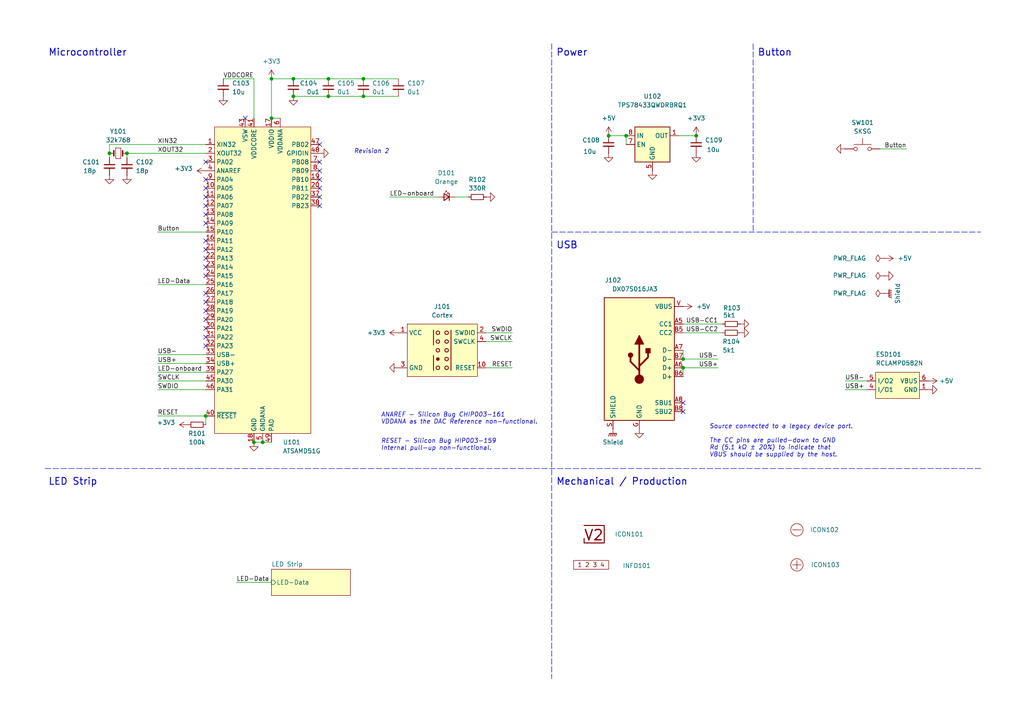
<source format=kicad_sch>
(kicad_sch (version 20250114) (generator "eeschema") (generator_version "9.0")
  (paper "A4")
  (title_block (title "V2 strip mini") (date "2026-02-11") (rev "2026-02-11") (company "Versio Duo") (comment 1 "WS2812 LED Strip Adapter"))
  (lib_symbols
    (symbol "V2_Artwork:Minus" (in_bom no)
      (property "Reference" "ICON" (at -2.54 2.54 0))
      (symbol "Minus_0_1"
        (polyline (pts (xy -1.27 0) (xy 1.27 0)))
        (circle (center 0 0) (radius 1.7961))
      )
    )
    (symbol "V2_Artwork:Plus" (in_bom no)
      (property "Reference" "ICON" (at -2.54 2.54 0))
      (symbol "Plus_0_1"
        (polyline (pts (xy -1.27 0) (xy 1.27 0)))
        (polyline (pts (xy 0 1.27) (xy 0 -1.27)))
        (circle (center 0 0) (radius 1.7961))
      )
    )
    (symbol "V2_Artwork:V2-logo-tiny" (in_bom no)
      (property "Reference" "ICON" (at -3.302 3.81 0))
      (symbol "V2-logo-tiny_1_0"
        (polyline (pts (xy -3.302 2.54) (xy 2.54 2.54) (xy 2.54 -2.54) (xy -3.302 -2.54) (xy -3.302 -1.27)) (stroke (width 0.3)))
      )
      (symbol "V2-logo-tiny_1_1"
        (text "V2" (at -0.508 -0.254 0) (effects (font (size 3 3) (thickness 0.375))))
      )
    )
    (symbol "V2_Capacitor:0603_0u1" (pin_numbers (hide yes)) (pin_names (offset 0.254) (hide yes))
      (property "Reference" "C" (at 1.778 1.524 0))
      (property "Value" "0u1" (at 1.778 -2.032 0))
      (symbol "0603_0u1_0_1"
        (polyline (pts (xy -1.524 0.508) (xy 1.524 0.508)) (stroke (width 0.3048)))
        (polyline (pts (xy -1.524 -0.508) (xy 1.524 -0.508)) (stroke (width 0.3302)))
      )
      (symbol "0603_0u1_1_1"
        (pin passive line (at 0 2.54 270) (length 2.032) (name "~") (number "1"))
        (pin passive line (at 0 -2.54 90) (length 2.032) (name "~") (number "2"))
      )
    )
    (symbol "V2_Capacitor:0603_10u" (pin_numbers (hide yes)) (pin_names (offset 0.254) (hide yes))
      (property "Reference" "C" (at 1.524 1.778 0))
      (property "Value" "10u" (at 1.524 -2.032 0))
      (symbol "0603_10u_0_1"
        (polyline (pts (xy -1.524 0.508) (xy 1.524 0.508)) (stroke (width 0.3048)))
        (polyline (pts (xy -1.524 -0.508) (xy 1.524 -0.508)) (stroke (width 0.3302)))
      )
      (symbol "0603_10u_1_1"
        (pin passive line (at 0 2.54 270) (length 2.032) (name "~") (number "1"))
        (pin passive line (at 0 -2.54 90) (length 2.032) (name "~") (number "2"))
      )
    )
    (symbol "V2_Capacitor:0603_18p" (pin_numbers (hide yes)) (pin_names (offset 0.254) (hide yes))
      (property "Reference" "C" (at 1.524 1.778 0))
      (property "Value" "18p" (at 1.524 -2.032 0))
      (symbol "0603_18p_0_1"
        (polyline (pts (xy -1.524 0.508) (xy 1.524 0.508)) (stroke (width 0.3048)))
        (polyline (pts (xy -1.524 -0.508) (xy 1.524 -0.508)) (stroke (width 0.3302)))
      )
      (symbol "0603_18p_1_1"
        (pin passive line (at 0 2.54 270) (length 2.032) (name "~") (number "1"))
        (pin passive line (at 0 -2.54 90) (length 2.032) (name "~") (number "2"))
      )
    )
    (symbol "V2_Capacitor:0805_10u" (pin_numbers (hide yes)) (pin_names (offset 0.254) (hide yes))
      (property "Reference" "C" (at 1.524 1.778 0))
      (property "Value" "10u" (at 1.524 -2.032 0))
      (symbol "0805_10u_0_1"
        (polyline (pts (xy -1.524 0.508) (xy 1.524 0.508)) (stroke (width 0.3048)))
        (polyline (pts (xy -1.524 -0.508) (xy 1.524 -0.508)) (stroke (width 0.3302)))
      )
      (symbol "0805_10u_1_1"
        (pin passive line (at 0 2.54 270) (length 2.032) (name "~") (number "1"))
        (pin passive line (at 0 -2.54 90) (length 2.032) (name "~") (number "2"))
      )
    )
    (symbol "V2_Connector_Debug:Cortex" (in_bom no)
      (property "Reference" "J" (at -8.89 11.43 0))
      (property "Value" "Cortex" (at -8.89 8.89 0))
      (symbol "Cortex_1_0"
        (polyline (pts (xy -1.27 5.842) (xy -1.27 1.524)) (stroke (width 0.254)))
        (polyline (pts (xy -1.27 -1.524) (xy -1.27 -5.842)) (stroke (width 0.254)))
        (circle (center 0 5.08) (radius 0.508) (stroke (width 0.254)))
        (circle (center 0 2.54) (radius 0.508) (stroke (width 0.254)))
        (circle (center 0 0) (radius 0.508) (stroke (width 0.254)))
        (circle (center 0 -2.54) (radius 0.508) (stroke (width -0.0001)) (fill (type outline)))
        (circle (center 0 -5.08) (radius 0.508) (stroke (width 0.254)))
        (circle (center 2.54 5.08) (radius 0.508) (stroke (width 0.254)))
        (circle (center 2.54 2.54) (radius 0.508) (stroke (width 0.254)))
        (circle (center 2.54 0) (radius 0.508) (stroke (width 0.254)))
        (circle (center 2.54 -2.54) (radius 0.508) (stroke (width 0.254)))
        (circle (center 2.54 -5.08) (radius 0.508) (stroke (width 0.254)))
        (polyline (pts (xy 3.81 -5.842) (xy 3.81 5.842)) (stroke (width 0.254)))
        (pin power_in line (at -11.43 5.08 0) (length 2.54) (name "VCC") (number "1"))
        (pin power_in line (at -11.43 -5.08 0) (length 2.54) (name "GND") (number "3"))
        (pin passive line (at -11.43 -5.08 0) (length 2.54) (hide yes) (name "GND") (number "5"))
        (pin bidirectional line (at 13.97 5.08 180) (length 2.54) (name "SWDIO") (number "2"))
        (pin input line (at 13.97 2.54 180) (length 2.54) (name "SWCLK") (number "4"))
        (pin input line (at 13.97 -5.08 180) (length 2.54) (name "RESET") (number "10"))
      )
      (symbol "Cortex_1_1"
        (rectangle (start -8.89 7.62) (end 11.43 -7.62) (fill (type background)))
      )
    )
    (symbol "V2_Connector_USB:JAE_DX07S016JA3"
      (property "Reference" "J" (at -10.16 22.86 0))
      (property "Value" "DX07S016JA3" (at -10.16 20.5 0))
      (symbol "JAE_DX07S016JA3_0_1"
        (rectangle (start -10.16 17.78) (end 10.16 -17.78) (stroke (width 0.254)) (fill (type background)))
        (circle (center -2.54 1.143) (radius 0.635) (stroke (width 0.254)) (fill (type outline)))
        (polyline (pts (xy -1.27 4.318) (xy 0 6.858) (xy 1.27 4.318) (xy -1.27 4.318)) (stroke (width 0.254)) (fill (type outline)))
        (polyline (pts (xy 0 -2.032) (xy 2.54 0.508) (xy 2.54 1.778)) (stroke (width 0.508)))
        (polyline (pts (xy 0 -3.302) (xy -2.54 -0.762) (xy -2.54 0.508)) (stroke (width 0.508)))
        (polyline (pts (xy 0 -5.842) (xy 0 4.318)) (stroke (width 0.508)))
        (circle (center 0 -5.842) (radius 1.27) (fill (type outline)))
        (rectangle (start 1.905 1.778) (end 3.175 3.048) (stroke (width 0.254)) (fill (type outline)))
      )
      (symbol "JAE_DX07S016JA3_1_1"
        (pin passive line (at -7.62 -20.32 90) (length 2.54) (name "SHIELD") (number "S"))
        (pin passive line (at 0 -20.32 90) (length 2.54) (name "GND") (number "G"))
        (pin passive line (at 12.7 15.24 180) (length 2.54) (name "VBUS") (number "V"))
        (pin bidirectional line (at 12.7 10.16 180) (length 2.54) (name "CC1") (number "A5"))
        (pin bidirectional line (at 12.7 7.62 180) (length 2.54) (name "CC2") (number "B5"))
        (pin bidirectional line (at 12.7 2.54 180) (length 2.54) (name "D-") (number "A7"))
        (pin bidirectional line (at 12.7 0 180) (length 2.54) (name "D-") (number "B7"))
        (pin bidirectional line (at 12.7 -2.54 180) (length 2.54) (name "D+") (number "A6"))
        (pin bidirectional line (at 12.7 -5.08 180) (length 2.54) (name "D+") (number "B6"))
        (pin bidirectional line (at 12.7 -12.7 180) (length 2.54) (name "SBU1") (number "A8"))
        (pin bidirectional line (at 12.7 -15.24 180) (length 2.54) (name "SBU2") (number "B8"))
      )
    )
    (symbol "V2_Crystal:3.2x1.5_32k768" (pin_numbers (hide yes)) (pin_names (offset 1.016) (hide yes))
      (property "Reference" "Y" (at 0 2.54 0))
      (property "Value" "32k768" (at 0 -3.81 0))
      (symbol "3.2x1.5_32k768_0_1"
        (polyline (pts (xy -1.27 -0.762) (xy -1.27 0.762)) (stroke (width 0.381)))
        (rectangle (start -0.762 -1.524) (end 0.762 1.524))
        (polyline (pts (xy 1.27 -0.762) (xy 1.27 0.762)) (stroke (width 0.381)))
      )
      (symbol "3.2x1.5_32k768_1_1"
        (pin passive line (at -2.54 0 0) (length 1.27) (name "1") (number "1"))
        (pin passive line (at 2.54 0 180) (length 1.27) (name "2") (number "2"))
      )
    )
    (symbol "V2_ESD_Suppressor:RCLAMP0582N"
      (property "Reference" "ESD" (at -6.35 6.35 0))
      (property "Value" "RCLAMP0582N" (at -6.35 3.81 0))
      (symbol "RCLAMP0582N_0_1"
        (rectangle (start -6.35 2.54) (end 6.35 -5.08) (fill (type background)))
      )
      (symbol "RCLAMP0582N_1_0"
        (pin bidirectional line (at -8.89 0 0) (length 2.54) (name "I/O2") (number "5"))
        (pin bidirectional line (at -8.89 -2.54 0) (length 2.54) (name "I/O1") (number "4"))
        (pin no_connect line (at 2.54 -10.16 0) (length 2.54) (hide yes) (name "") (number "3"))
        (pin power_in line (at 8.89 0 180) (length 2.54) (name "VBUS") (number "6"))
        (pin power_in line (at 8.89 -2.54 180) (length 2.54) (name "GND") (number "1"))
      )
      (symbol "RCLAMP0582N_1_1"
        (pin no_connect line (at 2.54 -7.62 0) (length 2.54) (hide yes) (name "") (number "2"))
      )
    )
    (symbol "V2_LED:0603_Orange" (pin_numbers (hide yes)) (pin_names (offset 0.254) (hide yes))
      (property "Reference" "D" (at 0 5.588 0))
      (property "Value" "Orange" (at 0 3.556 0))
      (symbol "0603_Orange_0_1"
        (polyline (pts (xy -0.762 -1.016) (xy -0.762 1.016)) (stroke (width 0.254)))
        (polyline (pts (xy 0 0.762) (xy -0.508 1.27) (xy -0.254 1.27) (xy -0.508 1.27) (xy -0.508 1.016)))
        (polyline (pts (xy 0.508 1.27) (xy 0 1.778) (xy 0.254 1.778) (xy 0 1.778) (xy 0 1.524)))
        (polyline (pts (xy 0.762 -1.016) (xy -0.762 0) (xy 0.762 1.016) (xy 0.762 -1.016)) (stroke (width 0.254)))
        (polyline (pts (xy 1.016 0) (xy -0.762 0)))
      )
      (symbol "0603_Orange_1_1"
        (pin passive line (at -2.54 0 0) (length 1.778) (name "K") (number "1"))
        (pin passive line (at 2.54 0 180) (length 1.778) (name "A") (number "2"))
      )
    )
    (symbol "V2_MCU_Microchip_SAMD:ATSAMD51G"
      (property "Reference" "U" (at 8.8392 -47.2948 0))
      (property "Value" "ATSAMD51G" (at 13.8684 -51.8668 0))
      (symbol "ATSAMD51G_0_1"
        (rectangle (start -13.97 44.45) (end 13.97 -44.45) (fill (type background)))
      )
      (symbol "ATSAMD51G_1_1"
        (pin bidirectional line (at -16.51 39.37 0) (length 2.54) (name "PA00") (number "1") (alternate "XIN32" input line))
        (pin bidirectional line (at -16.51 36.83 0) (length 2.54) (name "PA01") (number "2") (alternate "XOUT32" output line))
        (pin bidirectional line (at -16.51 34.29 0) (length 2.54) (name "PA02") (number "3"))
        (pin bidirectional line (at -16.51 31.75 0) (length 2.54) (name "PA03") (number "4") (alternate "ANAREF" input line))
        (pin bidirectional line (at -16.51 29.21 0) (length 2.54) (name "PA04") (number "9"))
        (pin bidirectional line (at -16.51 26.67 0) (length 2.54) (name "PA05") (number "10"))
        (pin bidirectional line (at -16.51 24.13 0) (length 2.54) (name "PA06") (number "11"))
        (pin bidirectional line (at -16.51 21.59 0) (length 2.54) (name "PA07") (number "12"))
        (pin bidirectional line (at -16.51 19.05 0) (length 2.54) (name "PA08") (number "13"))
        (pin bidirectional line (at -16.51 16.51 0) (length 2.54) (name "PA09") (number "14"))
        (pin bidirectional line (at -16.51 13.97 0) (length 2.54) (name "PA10") (number "15"))
        (pin bidirectional line (at -16.51 11.43 0) (length 2.54) (name "PA11") (number "16"))
        (pin bidirectional line (at -16.51 8.89 0) (length 2.54) (name "PA12") (number "21"))
        (pin bidirectional line (at -16.51 6.35 0) (length 2.54) (name "PA13") (number "22"))
        (pin bidirectional line (at -16.51 3.81 0) (length 2.54) (name "PA14") (number "23"))
        (pin bidirectional line (at -16.51 1.27 0) (length 2.54) (name "PA15") (number "24"))
        (pin bidirectional line (at -16.51 -1.27 0) (length 2.54) (name "PA16") (number "25"))
        (pin bidirectional line (at -16.51 -3.81 0) (length 2.54) (name "PA17") (number "26"))
        (pin bidirectional line (at -16.51 -6.35 0) (length 2.54) (name "PA18") (number "27"))
        (pin bidirectional line (at -16.51 -8.89 0) (length 2.54) (name "PA19") (number "28"))
        (pin bidirectional line (at -16.51 -11.43 0) (length 2.54) (name "PA20") (number "29"))
        (pin bidirectional line (at -16.51 -13.97 0) (length 2.54) (name "PA21") (number "30"))
        (pin bidirectional line (at -16.51 -16.51 0) (length 2.54) (name "PA22") (number "31"))
        (pin bidirectional line (at -16.51 -19.05 0) (length 2.54) (name "PA23") (number "32"))
        (pin bidirectional line (at -16.51 -21.59 0) (length 2.54) (name "PA24") (number "33") (alternate "USB-" bidirectional line))
        (pin bidirectional line (at -16.51 -24.13 0) (length 2.54) (name "PA25") (number "34") (alternate "USB+" bidirectional line))
        (pin bidirectional line (at -16.51 -26.67 0) (length 2.54) (name "PA27") (number "39"))
        (pin bidirectional line (at -16.51 -29.21 0) (length 2.54) (name "PA30") (number "45"))
        (pin bidirectional line (at -16.51 -31.75 0) (length 2.54) (name "PA31") (number "46"))
        (pin input line (at -16.51 -39.37 0) (length 2.54) (name "~{RESET}") (number "40"))
        (pin power_in line (at -5.08 46.99 270) (length 2.54) (name "VSW") (number "43"))
        (pin power_out line (at -2.54 46.99 270) (length 2.54) (name "VDDCORE") (number "41"))
        (pin power_in line (at -2.54 -46.99 90) (length 2.54) (name "GND") (number "18"))
        (pin passive line (at -2.54 -46.99 90) (length 2.54) (hide yes) (name "GND") (number "35"))
        (pin passive line (at -2.54 -46.99 90) (length 2.54) (hide yes) (name "GND") (number "42"))
        (pin power_in line (at 0 -46.99 90) (length 2.54) (name "GNDANA") (number "5"))
        (pin power_in line (at 2.54 46.99 270) (length 2.54) (name "VDDIO") (number "17"))
        (pin passive line (at 2.54 46.99 270) (length 2.54) (hide yes) (name "VDDIO") (number "36"))
        (pin passive line (at 2.54 46.99 270) (length 2.54) (hide yes) (name "VDDIO") (number "44"))
        (pin power_in line (at 2.54 -46.99 90) (length 2.54) (name "PAD") (number "49"))
        (pin power_in line (at 5.08 46.99 270) (length 2.54) (name "VDDANA") (number "6"))
        (pin bidirectional line (at 16.51 39.37 180) (length 2.54) (name "PB02") (number "47"))
        (pin bidirectional line (at 16.51 36.83 180) (length 2.54) (name "PB03") (number "48") (alternate "GPIOIN" input line))
        (pin bidirectional line (at 16.51 34.29 180) (length 2.54) (name "PB08") (number "7"))
        (pin bidirectional line (at 16.51 31.75 180) (length 2.54) (name "PB09") (number "8"))
        (pin bidirectional line (at 16.51 29.21 180) (length 2.54) (name "PB10") (number "19"))
        (pin bidirectional line (at 16.51 26.67 180) (length 2.54) (name "PB11") (number "20"))
        (pin bidirectional line (at 16.51 24.13 180) (length 2.54) (name "PB22") (number "37"))
        (pin bidirectional line (at 16.51 21.59 180) (length 2.54) (name "PB23") (number "38"))
      )
    )
    (symbol "V2_Production:Layer_Numbers" (in_bom no)
      (property "Reference" "INFO" (at 0 3.81 0))
      (symbol "Layer_Numbers_0_0"
        (text "1 2 3 4" (at 0 0 0) (effects (font (size 1.27 1.27))))
      )
      (symbol "Layer_Numbers_0_1"
        (rectangle (start -5.08 1.27) (end 5.08 -1.27))
      )
    )
    (symbol "V2_Regulator_Linear:TPS78433QWDRBRQ1"
      (property "Reference" "U" (at -5.08 10.16 0))
      (property "Value" "TPS78433QWDRBRQ1" (at -5.08 7.62 0))
      (symbol "TPS78433QWDRBRQ1_0_1"
        (rectangle (start -5.08 -5.08) (end 5.08 5.08) (stroke (width 0.254)) (fill (type background)))
        (pin power_in line (at -7.62 2.54 0) (length 2.54) (name "IN") (number "8"))
        (pin input line (at -7.62 0 0) (length 2.54) (name "EN") (number "7"))
        (pin power_in line (at 0 -7.62 90) (length 2.54) (name "GND") (number "5"))
        (pin no_connect line (at 0 -19.05 180) (length 2.54) (hide yes) (name "") (number "2"))
        (pin no_connect line (at 0 -21.59 180) (length 2.54) (hide yes) (name "") (number "3"))
        (pin no_connect line (at 0 -24.13 180) (length 2.54) (hide yes) (name "") (number "4"))
        (pin no_connect line (at 0 -26.67 180) (length 2.54) (hide yes) (name "") (number "6"))
        (pin power_out line (at 7.62 2.54 180) (length 2.54) (name "OUT") (number "1"))
      )
      (symbol "TPS78433QWDRBRQ1_1_1"
        (pin passive line (at 0 -7.62 90) (length 2.54) (hide yes) (name "GND") (number "9"))
      )
    )
    (symbol "V2_Resistor:0603_100k" (pin_numbers (hide yes)) (pin_names (offset 0.254) (hide yes))
      (property "Reference" "R" (at 2.032 1.27 0))
      (property "Value" "100k" (at 3.81 -1.27 0))
      (symbol "0603_100k_0_1"
        (rectangle (start -0.762 1.778) (end 0.762 -1.778) (stroke (width 0.2032)))
      )
      (symbol "0603_100k_1_1"
        (pin passive line (at 0 2.54 270) (length 0.762) (name "~") (number "1"))
        (pin passive line (at 0 -2.54 90) (length 0.762) (name "~") (number "2"))
      )
    )
    (symbol "V2_Resistor:0603_330R" (pin_numbers (hide yes)) (pin_names (offset 0.254) (hide yes))
      (property "Reference" "R" (at 2.032 1.27 0))
      (property "Value" "330R" (at 4.064 -1.27 0))
      (symbol "0603_330R_0_1"
        (rectangle (start -0.762 1.778) (end 0.762 -1.778) (stroke (width 0.2032)))
      )
      (symbol "0603_330R_1_1"
        (pin passive line (at 0 2.54 270) (length 0.762) (name "~") (number "1"))
        (pin passive line (at 0 -2.54 90) (length 0.762) (name "~") (number "2"))
      )
    )
    (symbol "V2_Resistor:0603_5k1" (pin_numbers (hide yes)) (pin_names (offset 0.254) (hide yes))
      (property "Reference" "R" (at 2.032 1.27 0))
      (property "Value" "5k1" (at 3.302 -1.27 0))
      (symbol "0603_5k1_0_1"
        (rectangle (start -0.762 1.778) (end 0.762 -1.778) (stroke (width 0.2032)))
      )
      (symbol "0603_5k1_1_1"
        (pin passive line (at 0 2.54 270) (length 0.762) (name "~") (number "1"))
        (pin passive line (at 0 -2.54 90) (length 0.762) (name "~") (number "2"))
      )
    )
    (symbol "V2_Switch:SKSG" (pin_numbers (hide yes)) (pin_names (offset 1.016) (hide yes))
      (property "Reference" "SW" (at 0 7.62 0))
      (property "Value" "SKSG" (at 0 5.08 0))
      (symbol "SKSG_0_1"
        (circle (center -2.032 0) (radius 0.508))
        (polyline (pts (xy 0 1.27) (xy 0 3.048)))
        (circle (center 2.032 0) (radius 0.508))
        (polyline (pts (xy 2.54 1.27) (xy -2.54 1.27)))
        (pin passive line (at -5.08 0 0) (length 2.54) (name "1") (number "1"))
        (pin passive line (at 5.08 0 180) (length 2.54) (name "2") (number "2"))
      )
    )
    (symbol "V2_power:+3V3" (power) (pin_numbers (hide yes)) (pin_names (offset 0) (hide yes))
      (property "Value" "+3V3" (at 0 5.08 0))
      (symbol "+3V3_0_1"
        (polyline (pts (xy -0.762 1.27) (xy 0 2.54)))
        (polyline (pts (xy 0 2.54) (xy 0.762 1.27)))
        (polyline (pts (xy 0 0) (xy 0 2.54)))
      )
      (symbol "+3V3_1_1"
        (pin power_in line (at 0 0 90) (length 0) (name "~") (number "1"))
      )
    )
    (symbol "V2_power:+5V" (power) (pin_numbers (hide yes)) (pin_names (offset 0) (hide yes))
      (property "Value" "+5V" (at 0 5.08 0))
      (symbol "+5V_0_1"
        (polyline (pts (xy -0.762 1.27) (xy 0 2.54)))
        (polyline (pts (xy 0 2.54) (xy 0.762 1.27)))
        (polyline (pts (xy 0 0) (xy 0 2.54)))
      )
      (symbol "+5V_1_1"
        (pin power_in line (at 0 0 90) (length 0) (name "~") (number "1"))
      )
    )
    (symbol "V2_power:GND" (power) (pin_numbers (hide yes)) (pin_names (offset 0) (hide yes))
      (symbol "GND_0_1"
        (polyline (pts (xy 0 0) (xy 0 -1.27) (xy 1.27 -1.27) (xy 0 -2.54) (xy -1.27 -1.27) (xy 0 -1.27)))
      )
      (symbol "GND_1_1"
        (pin power_in line (at 0 0 270) (length 0) (name "~") (number "1"))
      )
    )
    (symbol "V2_power:PWR_FLAG" (power) (pin_numbers (hide yes)) (pin_names (offset 0) (hide yes))
      (property "Value" "PWR_FLAG" (at -8.89 0 0))
      (symbol "PWR_FLAG_0_0"
        (pin power_out line (at 0 0 180) (length 0) (name "~") (number "1"))
      )
      (symbol "PWR_FLAG_0_1"
        (polyline (pts (xy 0 0) (xy -1.27 0) (xy -1.905 -1.016) (xy -2.54 0) (xy -1.905 1.016) (xy -1.27 0)))
      )
    )
    (symbol "V2_power:Shield" (power) (pin_numbers (hide yes)) (pin_names (offset 0) (hide yes))
      (property "Value" "Shield" (at 0 -5.08 0))
      (symbol "Shield_0_1"
        (polyline (pts (xy -1.016 -1.27) (xy -1.27 -2.032) (xy -1.27 -2.032)) (stroke (width 0.2032)))
        (polyline (pts (xy -0.508 -1.27) (xy -0.762 -2.032) (xy -0.762 -2.032)) (stroke (width 0.2032)))
        (polyline (pts (xy 0 -1.27) (xy 0 0)))
        (polyline (pts (xy 0 -1.27) (xy -0.254 -2.032) (xy -0.254 -2.032)) (stroke (width 0.2032)))
        (polyline (pts (xy 0.508 -1.27) (xy 0.254 -2.032) (xy 0.254 -2.032)) (stroke (width 0.2032)))
        (polyline (pts (xy 1.016 -1.27) (xy -1.016 -1.27) (xy -1.016 -1.27)) (stroke (width 0.2032)))
        (polyline (pts (xy 1.016 -1.27) (xy 0.762 -2.032) (xy 0.762 -2.032) (xy 0.762 -2.032)) (stroke (width 0.2032)))
      )
      (symbol "Shield_1_1"
        (pin power_in line (at 0 0 270) (length 0) (name "~") (number "1"))
      )
    )
  )
  (text "ANAREF - ﻿Silicon Bug CHIP003-161\nVDDANA as the DAC Reference non-functional." (at 110.49 123.19 0) (effects (font (size 1.27 1.27) (italic yes)) (justify left bottom)))
  (text "RESET - ﻿Silicon Bug HIP003-159\nInternal pull-up non-functional." (at 110.49 130.81 0) (effects (font (size 1.27 1.27) (italic yes)) (justify left bottom)))
  (text "﻿Source connected to a legacy device port.\n\nThe CC pins are pulled-down to GND\nRd (5.1 kΩ ± 20%) to indicate that\nVBUS should be supplied by the host. " (at 205.74 132.715 0) (effects (font (size 1.27 1.27) (italic yes)) (justify left bottom)))
  (text "Button" (at 219.71 16.51 0) (effects (font (size 2 2) (thickness 0.254) (bold yes)) (justify left bottom)))
  (text "Revision 2" (at 102.6333 44.7318 0) (effects (font (size 1.27 1.27) (italic yes)) (justify left bottom)))
  (text "Power" (at 161.29 16.51 0) (effects (font (size 2 2) (thickness 0.254) (bold yes)) (justify left bottom)))
  (text "Mechanical / Production" (at 161.29 140.97 0) (effects (font (size 2 2) (thickness 0.254) (bold yes)) (justify left bottom)))
  (text "Microcontroller" (at 13.97 16.51 0) (effects (font (size 2 2) (thickness 0.254) (bold yes)) (justify left bottom)))
  (text "USB" (at 161.29 72.39 0) (effects (font (size 2 2) (thickness 0.254) (bold yes)) (justify left bottom)))
  (text "LED Strip" (at 13.97 140.97 0) (effects (font (size 2 2) (thickness 0.254) (bold yes)) (justify left bottom)))
  (junction (at 95.25 22.86))
  (junction (at 198.12 106.68))
  (junction (at 201.93 39.37))
  (junction (at 73.66 128.27))
  (junction (at 85.09 27.94))
  (junction (at 85.09 22.86))
  (junction (at 105.41 27.94))
  (junction (at 36.83 44.45))
  (junction (at 105.41 22.86))
  (junction (at 95.25 27.94))
  (junction (at 198.12 104.14))
  (junction (at 78.74 22.86))
  (junction (at 76.2 128.27))
  (junction (at 31.75 44.45))
  (junction (at 181.61 39.37))
  (junction (at 176.53 39.37))
  (junction (at 59.69 120.65))
  (junction (at 78.74 34.29))
  (no_connect (at 198.12 116.84))
  (no_connect (at 198.12 119.38))
  (no_connect (at 59.69 54.61))
  (no_connect (at 59.69 57.15))
  (no_connect (at 59.69 59.69))
  (no_connect (at 59.69 62.23))
  (no_connect (at 59.69 64.77))
  (no_connect (at 59.69 69.85))
  (no_connect (at 59.69 52.07))
  (no_connect (at 59.69 46.99))
  (no_connect (at 59.69 85.09))
  (no_connect (at 59.69 80.01))
  (no_connect (at 59.69 77.47))
  (no_connect (at 59.69 74.93))
  (no_connect (at 59.69 87.63))
  (no_connect (at 92.71 52.07))
  (no_connect (at 92.71 54.61))
  (no_connect (at 92.71 59.69))
  (no_connect (at 92.71 57.15))
  (no_connect (at 92.71 49.53))
  (no_connect (at 92.71 46.99))
  (no_connect (at 92.71 41.91))
  (no_connect (at 71.12 34.29))
  (no_connect (at 59.69 90.17))
  (no_connect (at 59.69 97.79))
  (no_connect (at 59.69 95.25))
  (no_connect (at 59.69 92.71))
  (no_connect (at 59.69 100.33))
  (no_connect (at 59.69 72.39))
  (wire (pts (xy 45.72 113.03) (xy 59.69 113.03)))
  (wire (pts (xy 135.89 57.15) (xy 132.08 57.15)))
  (wire (pts (xy 245.11 110.49) (xy 251.46 110.49)))
  (wire (pts (xy 198.12 101.6) (xy 198.12 104.14)))
  (wire (pts (xy 78.74 22.86) (xy 85.09 22.86)))
  (wire (pts (xy 45.72 82.55) (xy 59.69 82.55)))
  (wire (pts (xy 196.85 39.37) (xy 201.93 39.37)))
  (wire (pts (xy 198.12 96.52) (xy 209.55 96.52)))
  (wire (pts (xy 64.77 22.86) (xy 73.66 22.86)))
  (polyline (pts (xy 284.48 135.89) (xy 12.7 135.89)) (stroke (width 0) (type dash)))
  (wire (pts (xy 31.75 44.45) (xy 31.75 45.72)))
  (wire (pts (xy 140.97 106.68) (xy 148.59 106.68)))
  (wire (pts (xy 198.12 106.68) (xy 208.28 106.68)))
  (wire (pts (xy 73.66 22.86) (xy 73.66 34.29)))
  (wire (pts (xy 95.25 27.94) (xy 105.41 27.94)))
  (wire (pts (xy 73.66 128.27) (xy 76.2 128.27)))
  (wire (pts (xy 45.72 110.49) (xy 59.69 110.49)))
  (wire (pts (xy 198.12 104.14) (xy 208.28 104.14)))
  (wire (pts (xy 78.74 34.29) (xy 81.28 34.29)))
  (wire (pts (xy 76.2 128.27) (xy 78.74 128.27)))
  (wire (pts (xy 198.12 106.68) (xy 198.12 109.22)))
  (wire (pts (xy 45.72 102.87) (xy 59.69 102.87)))
  (wire (pts (xy 245.11 113.03) (xy 251.46 113.03)))
  (wire (pts (xy 113.03 57.15) (xy 127 57.15)))
  (wire (pts (xy 140.97 96.52) (xy 148.59 96.52)))
  (wire (pts (xy 45.72 107.95) (xy 59.69 107.95)))
  (wire (pts (xy 45.72 120.65) (xy 59.69 120.65)))
  (polyline (pts (xy 160.02 67.31) (xy 284.48 67.31)) (stroke (width 0) (type dash)))
  (wire (pts (xy 45.72 105.41) (xy 59.69 105.41)))
  (wire (pts (xy 181.61 39.37) (xy 181.61 41.91)))
  (wire (pts (xy 85.09 22.86) (xy 95.25 22.86)))
  (wire (pts (xy 85.09 27.94) (xy 95.25 27.94)))
  (wire (pts (xy 176.53 39.37) (xy 181.61 39.37)))
  (wire (pts (xy 78.74 22.86) (xy 78.74 34.29)))
  (wire (pts (xy 68.58 168.91) (xy 78.74 168.91)))
  (wire (pts (xy 45.72 67.31) (xy 59.69 67.31)))
  (polyline (pts (xy 218.44 12.7) (xy 218.44 67.31)) (stroke (width 0) (type dash)))
  (wire (pts (xy 59.69 123.19) (xy 59.69 120.65)))
  (wire (pts (xy 105.41 22.86) (xy 115.57 22.86)))
  (wire (pts (xy 95.25 22.86) (xy 105.41 22.86)))
  (wire (pts (xy 59.69 41.91) (xy 31.75 41.91)))
  (wire (pts (xy 36.83 44.45) (xy 36.83 45.72)))
  (polyline (pts (xy 160.02 12.7) (xy 160.02 196.85)) (stroke (width 0) (type dash)))
  (wire (pts (xy 255.27 43.18) (xy 262.89 43.18)))
  (wire (pts (xy 198.12 93.98) (xy 209.55 93.98)))
  (wire (pts (xy 31.75 41.91) (xy 31.75 44.45)))
  (wire (pts (xy 59.69 44.45) (xy 36.83 44.45)))
  (wire (pts (xy 140.97 99.06) (xy 148.59 99.06)))
  (wire (pts (xy 105.41 27.94) (xy 115.57 27.94)))
  (label "SWCLK" (at 148.59 99.06 180))
  (label "XIN32" (at 45.72 41.91 0))
  (label "LED-onboard" (at 113.03 57.15 0))
  (label "Button" (at 262.89 43.18 180))
  (label "LED-Data" (at 45.72 82.55 0))
  (label "USB-CC1" (at 208.28 93.98 180))
  (label "USB+" (at 45.72 105.41 0))
  (label "RESET" (at 45.72 120.65 0))
  (label "RESET" (at 148.59 106.68 180))
  (label "XOUT32" (at 45.72 44.45 0))
  (label "VDDCORE" (at 64.77 22.86 0))
  (label "USB-" (at 208.28 104.14 180))
  (label "LED-onboard" (at 45.72 107.95 0))
  (label "USB-" (at 45.72 102.87 0))
  (label "USB-CC2" (at 208.28 96.52 180))
  (label "USB+" (at 208.28 106.68 180))
  (label "LED-Data" (at 68.58 168.91 0))
  (label "SWCLK" (at 45.72 110.49 0))
  (label "SWDIO" (at 45.72 113.03 0))
  (label "Button" (at 45.72 67.31 0))
  (label "USB+" (at 245.11 113.03 0))
  (label "SWDIO" (at 148.59 96.52 180))
  (label "USB-" (at 245.11 110.49 0))
  (symbol (lib_id "V2_Resistor:0603_5k1") (at 212.09 93.98 90) (unit 1)
    (property "Reference" "R103" (at 214.8309 89.3354 90) (effects (justify left)))
    (property "Value" "5k1" (at 213.3599 91.44 90) (effects (justify left)))
    (property "Footprint" "V2_Resistor_SMD:R_0603" (effects (hide yes)))
    (property "Description" "Resistor, small symbol" (effects (hide yes)))
    (property "Mouser" "71-CRCW06035K10FKEAC" (effects (hide yes)))
    (property "Product" "CRCW06035K10FKEAC" (effects (hide yes)))
    (property "Manufacturer" "Vishay" (effects (hide yes)))
    (property "Rating" "100mW" (effects (hide yes)))
  )
  (symbol (lib_id "V2_Capacitor:0603_0u1") (at 115.57 25.4 0) (unit 1)
    (property "Reference" "C107" (at 118.11 24.1362 0) (effects (justify left)))
    (property "Value" "0u1" (at 118.11 26.6762 0) (effects (justify left)))
    (property "Footprint" "V2_Capacitor_SMD:C_0603" (effects (hide yes)))
    (property "Description" "Unpolarized capacitor, small symbol" (effects (hide yes)))
    (property "Mouser" "810-CGA3E2X7R1H104MA" (effects (hide yes)))
    (property "Manufacturer" "TDK" (effects (hide yes)))
    (property "Product" "CGA3E2X7R1H104M080AA" (effects (hide yes)))
    (property "Rating" "50V" (effects (hide yes)))
  )
  (symbol (lib_id "V2_ESD_Suppressor:RCLAMP0582N") (at 260.35 110.49 0) (unit 1)
    (property "Reference" "ESD101" (at 254 103.505 0) (effects (justify left bottom)))
    (property "Value" "RCLAMP0582N" (at 254 106.045 0) (effects (justify left bottom)))
    (property "Footprint" "V2_ESD_Suppressor:SLP1210N6" (effects (hide yes)))
    (property "Mouser" "947-RCLAMP0582N.TCT" (effects (hide yes)))
    (property "Product" "RCLAMP0582N.TCT" (effects (hide yes)))
    (property "Manufacturer" "Semtech" (effects (hide yes)))
  )
  (symbol (lib_id "V2_Artwork:Minus") (at 231.14 153.67 0) (unit 1) (in_bom no)
    (property "Reference" "ICON102" (at 234.95 153.6699 0) (effects (justify left)))
    (property "Value" "Minus" (effects (hide yes)))
    (property "Footprint" "V2_Artwork:Minus_Small" (effects (hide yes)))
    (property "Sim.Enable" "0" (effects (hide yes)))
  )
  (symbol (lib_id "V2_Production:Layer_Numbers") (at 171.45 163.83 0) (unit 1) (in_bom no)
    (property "Reference" "INFO101" (at 180.594 164.0839 0) (effects (justify left)))
    (property "Value" "Layer_Numbers" (effects (hide yes)))
    (property "Footprint" "V2_Production:Layer_Numbers" (effects (hide yes)))
  )
  (symbol (lib_id "V2_Switch:SKSG") (at 250.19 43.18 0) (unit 1)
    (property "Reference" "SW101" (at 250.19 35.56 0))
    (property "Value" "SKSG" (at 250.19 38.1 0))
    (property "Footprint" "V2_Button_Switch_SMD:SKSG" (effects (hide yes)))
    (property "Description" "Push button switch, generic, two pins" (effects (hide yes)))
    (property "Mouser" "688-SKSGACE010" (effects (hide yes)))
    (property "Manufacturer" "Alps Alpine" (effects (hide yes)))
    (property "Product" "SKSGACE010" (effects (hide yes)))
  )
  (symbol (lib_id "V2_power:GND") (at 92.71 44.45 90) (unit 1)
    (property "Reference" "#PWR109" (effects (hide yes)))
    (property "Value" "GND" (effects (hide yes)))
  )
  (symbol (lib_id "V2_power:GND") (at 214.63 96.52 90) (unit 1)
    (property "Reference" "#PWR122" (effects (hide yes)))
    (property "Value" "GND" (effects (hide yes)))
  )
  (symbol (lib_id "V2_power:GND") (at 214.63 93.98 90) (unit 1)
    (property "Reference" "#PWR121" (effects (hide yes)))
    (property "Value" "GND" (effects (hide yes)))
  )
  (symbol (lib_id "V2_power:GND") (at 73.66 128.27 0) (unit 1)
    (property "Reference" "#PWR106" (effects (hide yes)))
    (property "Value" "GND" (effects (hide yes)))
  )
  (symbol (lib_id "V2_power:+5V") (at 269.24 110.49 270) (unit 1)
    (property "Reference" "#PWR127" (effects (hide yes)))
    (property "Value" "+5V" (at 272.415 110.4899 90) (effects (justify left)))
  )
  (symbol (lib_id "V2_LED:0603_Orange") (at 129.54 57.15 0) (mirror y) (unit 1)
    (property "Reference" "D101" (at 129.4765 50.165 0))
    (property "Value" "Orange" (at 129.4765 52.705 0))
    (property "Footprint" "V2_LED:LED_0603" (effects (hide yes)))
    (property "Description" "Light emitting diode, small symbol" (effects (hide yes)))
    (property "Sim.Pins" "1=K 2=A" (effects (hide yes)))
    (property "Mouser" "755-SML-D12D1WT86" (effects (hide yes)))
    (property "Product" "SML-D12D1WT86" (effects (hide yes)))
    (property "Manufacturer" "ROHM Semiconductor " (effects (hide yes)))
  )
  (symbol (lib_id "V2_power:GND") (at 64.77 27.94 0) (unit 1)
    (property "Reference" "#PWR105" (effects (hide yes)))
    (property "Value" "GND" (effects (hide yes)))
  )
  (symbol (lib_id "V2_power:+3V3") (at 78.74 22.86 0) (unit 1)
    (property "Reference" "#PWR107" (effects (hide yes)))
    (property "Value" "+3V3" (at 78.74 17.78 0))
  )
  (symbol (lib_id "V2_power:Shield") (at 177.8 124.46 0) (unit 1)
    (property "Reference" "#PWR115" (effects (hide yes)))
    (property "Value" "Shield" (at 177.8 128.27 0))
  )
  (symbol (lib_id "V2_power:+3V3") (at 54.61 123.19 90) (unit 1)
    (property "Reference" "#PWR103" (effects (hide yes)))
    (property "Value" "+3V3" (at 50.8 122.5549 90) (effects (justify left)))
  )
  (symbol (lib_id "V2_power:Shield") (at 256.54 85.09 90) (unit 1)
    (property "Reference" "#PWR126" (effects (hide yes)))
    (property "Value" "Shield" (at 260.35 85.09 0))
  )
  (symbol (lib_id "V2_Regulator_Linear:TPS78433QWDRBRQ1") (at 189.23 41.91 0) (unit 1)
    (property "Reference" "U102" (at 189.23 27.94 0))
    (property "Value" "TPS78433QWDRBRQ1" (at 189.23 30.48 0))
    (property "Footprint" "V2_Package_SON:VSON-8-1_3x3mm_P0.65_EP1.65x2.4mm" (effects (hide yes)))
    (property "Datasheet" "https://www.ti.com/product/TPS784-Q1" (effects (hide yes)))
    (property "Mouser" "595-TPS78433QWDRBRQ1" (effects (hide yes)))
    (property "Manufacturer" "Texas Instruments" (effects (hide yes)))
    (property "Product" "TPS78433QWDRBRQ1" (effects (hide yes)))
  )
  (symbol (lib_id "V2_Connector_Debug:Cortex") (at 127 101.6 0) (unit 1) (in_bom no)
    (property "Reference" "J101" (at 128.27 88.9 0))
    (property "Value" "Cortex" (at 128.27 91.44 0))
    (property "Footprint" "V2_Connector_Debug:Cortex" (effects (hide yes)))
  )
  (symbol (lib_id "V2_power:GND") (at 31.75 50.8 0) (unit 1)
    (property "Reference" "#PWR101" (effects (hide yes)))
    (property "Value" "GND" (effects (hide yes)))
  )
  (symbol (lib_id "V2_power:GND") (at 115.57 106.68 270) (unit 1)
    (property "Reference" "#PWR111" (effects (hide yes)))
    (property "Value" "GND" (effects (hide yes)))
  )
  (symbol (lib_id "V2_power:GND") (at 185.42 124.46 0) (unit 1)
    (property "Reference" "#PWR116" (effects (hide yes)))
    (property "Value" "GND" (effects (hide yes)))
  )
  (symbol (lib_id "V2_power:+3V3") (at 59.69 49.53 90) (unit 1)
    (property "Reference" "#PWR104" (effects (hide yes)))
    (property "Value" "+3V3" (at 55.88 48.8949 90) (effects (justify left)))
  )
  (symbol (lib_id "V2_power:GND") (at 85.09 27.94 0) (unit 1)
    (property "Reference" "#PWR108" (effects (hide yes)))
    (property "Value" "GND" (effects (hide yes)))
  )
  (symbol (lib_id "V2_power:GND") (at 36.83 50.8 0) (unit 1)
    (property "Reference" "#PWR102" (effects (hide yes)))
    (property "Value" "GND" (effects (hide yes)))
  )
  (symbol (lib_id "V2_Capacitor:0805_10u") (at 176.53 41.91 0) (unit 1)
    (property "Reference" "C108" (at 173.99 40.64 0) (effects (justify right)))
    (property "Value" "10u" (at 169.164 43.942 0) (effects (justify left)))
    (property "Footprint" "V2_Capacitor_SMD:C_0805" (effects (hide yes)))
    (property "Description" "Unpolarized capacitor, small symbol" (effects (hide yes)))
    (property "Mouser" "810-C2012X5R1E106K" (effects (hide yes)))
    (property "Rating" "25V" (effects (hide yes)))
    (property "Product" "C2012X5R1E106K125AB" (effects (hide yes)))
    (property "Manufacturer" "TDK" (effects (hide yes)))
  )
  (symbol (lib_id "V2_power:GND") (at 245.11 43.18 270) (unit 1)
    (property "Reference" "#PWR123" (effects (hide yes)))
    (property "Value" "GND" (effects (hide yes)))
  )
  (symbol (lib_id "V2_power:+3V3") (at 115.57 96.52 90) (unit 1)
    (property "Reference" "#PWR110" (effects (hide yes)))
    (property "Value" "+3V3" (at 111.76 96.5199 90) (effects (justify left)))
  )
  (symbol (lib_id "V2_power:PWR_FLAG") (at 256.54 80.01 0) (unit 1)
    (property "Reference" "#FLG102" (effects (hide yes)))
    (property "Value" "PWR_FLAG" (at 246.38 79.883 0))
    (property "Description" "Special symbol for telling ERC where power comes from" (effects (hide yes)))
  )
  (symbol (lib_id "V2_Crystal:3.2x1.5_32k768") (at 34.29 44.45 0) (unit 1)
    (property "Reference" "Y101" (at 34.29 38.1 0))
    (property "Value" "32k768" (at 34.29 40.64 0))
    (property "Footprint" "V2_Crystal:Crystal_SMD_3215-2Pin_3.2x1.5mm" (effects (hide yes)))
    (property "Description" "Two pin crystal, small symbol" (effects (hide yes)))
    (property "Mouser" "815-ABS0716632.768KT" (effects (hide yes)))
    (property "Product" "ABS07-166-32.768KHZ-T" (effects (hide yes)))
    (property "Manufacturer" "ABRACON" (effects (hide yes)))
  )
  (symbol (lib_id "V2_Capacitor:0603_18p") (at 36.83 48.26 0) (unit 1)
    (property "Reference" "C102" (at 39.37 46.9962 0) (effects (justify left)))
    (property "Value" "18p" (at 39.37 49.5362 0) (effects (justify left)))
    (property "Footprint" "V2_Capacitor_SMD:C_0603" (effects (hide yes)))
    (property "Description" "Unpolarized capacitor, small symbol" (effects (hide yes)))
    (property "Mouser" "603-CC603JRNPO9BN180" (effects (hide yes)))
    (property "Product" "CC0603JRNPO9BN180" (effects (hide yes)))
    (property "Manufacturer" "YAGEO" (effects (hide yes)))
  )
  (symbol (lib_id "V2_Capacitor:0603_10u") (at 64.77 25.4 0) (unit 1)
    (property "Reference" "C103" (at 67.31 24.1362 0) (effects (justify left)))
    (property "Value" "10u" (at 67.31 26.6762 0) (effects (justify left)))
    (property "Footprint" "V2_Capacitor_SMD:C_0603" (effects (hide yes)))
    (property "Description" "Unpolarized capacitor, small symbol" (effects (hide yes)))
    (property "Mouser" "810-C1608X6S1A106M" (effects (hide yes)))
    (property "Product" "C1608X6S1A106M080AC" (effects (hide yes)))
    (property "Manufacturer" "TDK" (effects (hide yes)))
    (property "Rating" "10V" (effects (hide yes)))
  )
  (symbol (lib_id "V2_power:+5V") (at 198.12 88.9 270) (unit 1)
    (property "Reference" "#PWR118" (effects (hide yes)))
    (property "Value" "+5V" (at 201.93 88.8999 90) (effects (justify left)))
  )
  (symbol (lib_id "V2_Capacitor:0603_18p") (at 31.75 48.26 0) (unit 1)
    (property "Reference" "C101" (at 23.876 46.9962 0) (effects (justify left)))
    (property "Value" "18p" (at 24.13 49.5362 0) (effects (justify left)))
    (property "Footprint" "V2_Capacitor_SMD:C_0603" (effects (hide yes)))
    (property "Description" "Unpolarized capacitor, small symbol" (effects (hide yes)))
    (property "Mouser" "603-CC603JRNPO9BN180" (effects (hide yes)))
    (property "Product" "CC0603JRNPO9BN180" (effects (hide yes)))
    (property "Manufacturer" "YAGEO" (effects (hide yes)))
  )
  (symbol (lib_id "V2_power:+3V3") (at 201.93 39.37 0) (unit 1)
    (property "Reference" "#PWR119" (effects (hide yes)))
    (property "Value" "+3V3" (at 201.93 34.29 0))
  )
  (symbol (lib_id "V2_power:GND") (at 140.97 57.15 90) (unit 1)
    (property "Reference" "#PWR112" (effects (hide yes)))
    (property "Value" "GND" (effects (hide yes)))
  )
  (symbol (lib_id "V2_Resistor:0603_330R") (at 138.43 57.15 90) (unit 1)
    (property "Reference" "R102" (at 138.43 52.07 90))
    (property "Value" "330R" (at 138.43 54.61 90))
    (property "Footprint" "V2_Resistor_SMD:R_0603" (effects (hide yes)))
    (property "Description" "Resistor, small symbol" (effects (hide yes)))
    (property "Mouser" "71-CRCW0603330RFKEAC" (effects (hide yes)))
    (property "Product" "CRCW0603330RFKEAC" (effects (hide yes)))
    (property "Manufacturer" "Vishay" (effects (hide yes)))
    (property "Rating" "100mW" (effects (hide yes)))
  )
  (symbol (lib_id "V2_power:+5V") (at 256.54 74.93 270) (unit 1)
    (property "Reference" "#PWR124" (effects (hide yes)))
    (property "Value" "+5V" (at 260.35 74.9299 90) (effects (justify left)))
  )
  (symbol (lib_id "V2_power:GND") (at 269.24 113.03 90) (unit 1)
    (property "Reference" "#PWR128" (effects (hide yes)))
    (property "Value" "GND" (effects (hide yes)))
  )
  (symbol (lib_id "V2_power:GND") (at 176.53 44.45 0) (unit 1)
    (property "Reference" "#PWR114" (effects (hide yes)))
    (property "Value" "GND" (effects (hide yes)))
  )
  (symbol (lib_id "V2_Capacitor:0603_0u1") (at 105.41 25.4 0) (unit 1)
    (property "Reference" "C106" (at 107.95 24.1362 0) (effects (justify left)))
    (property "Value" "0u1" (at 107.95 26.6762 0) (effects (justify left)))
    (property "Footprint" "V2_Capacitor_SMD:C_0603" (effects (hide yes)))
    (property "Description" "Unpolarized capacitor, small symbol" (effects (hide yes)))
    (property "Mouser" "810-CGA3E2X7R1H104MA" (effects (hide yes)))
    (property "Manufacturer" "TDK" (effects (hide yes)))
    (property "Product" "CGA3E2X7R1H104M080AA" (effects (hide yes)))
    (property "Rating" "50V" (effects (hide yes)))
  )
  (symbol (lib_id "V2_power:PWR_FLAG") (at 256.54 85.09 0) (unit 1)
    (property "Reference" "#FLG103" (effects (hide yes)))
    (property "Value" "PWR_FLAG" (at 246.38 85.09 0))
    (property "Description" "Special symbol for telling ERC where power comes from" (effects (hide yes)))
  )
  (symbol (lib_id "V2_Capacitor:0805_10u") (at 201.93 41.91 0) (unit 1)
    (property "Reference" "C109" (at 204.47 40.64 0) (effects (justify left)))
    (property "Value" "10u" (at 204.978 43.434 0) (effects (justify left)))
    (property "Footprint" "V2_Capacitor_SMD:C_0805" (effects (hide yes)))
    (property "Description" "Unpolarized capacitor, small symbol" (effects (hide yes)))
    (property "Mouser" "810-C2012X5R1E106K" (effects (hide yes)))
    (property "Rating" "25V" (effects (hide yes)))
    (property "Product" "C2012X5R1E106K125AB" (effects (hide yes)))
    (property "Manufacturer" "TDK" (effects (hide yes)))
  )
  (symbol (lib_id "V2_power:+5V") (at 176.53 39.37 0) (unit 1)
    (property "Reference" "#PWR113" (effects (hide yes)))
    (property "Value" "+5V" (at 176.53 34.29 0))
  )
  (symbol (lib_id "V2_Capacitor:0603_0u1") (at 85.09 25.4 0) (unit 1)
    (property "Reference" "C104" (at 92.075 24.13 0) (effects (justify right)))
    (property "Value" "0u1" (at 92.71 26.67 0) (effects (justify right)))
    (property "Footprint" "V2_Capacitor_SMD:C_0603" (effects (hide yes)))
    (property "Description" "Unpolarized capacitor, small symbol" (effects (hide yes)))
    (property "Mouser" "810-CGA3E2X7R1H104MA" (effects (hide yes)))
    (property "Manufacturer" "TDK" (effects (hide yes)))
    (property "Product" "CGA3E2X7R1H104M080AA" (effects (hide yes)))
    (property "Rating" "50V" (effects (hide yes)))
  )
  (symbol (lib_id "V2_power:GND") (at 189.23 49.53 0) (unit 1)
    (property "Reference" "#PWR117" (effects (hide yes)))
    (property "Value" "GND" (effects (hide yes)))
  )
  (symbol (lib_id "V2_Resistor:0603_5k1") (at 212.09 96.52 90) (unit 1)
    (property "Reference" "R104" (at 209.5499 99.06 90) (effects (justify right)))
    (property "Value" "5k1" (at 209.5499 101.6 90) (effects (justify right)))
    (property "Footprint" "V2_Resistor_SMD:R_0603" (effects (hide yes)))
    (property "Description" "Resistor, small symbol" (effects (hide yes)))
    (property "Mouser" "71-CRCW06035K10FKEAC" (effects (hide yes)))
    (property "Product" "CRCW06035K10FKEAC" (effects (hide yes)))
    (property "Manufacturer" "Vishay" (effects (hide yes)))
    (property "Rating" "100mW" (effects (hide yes)))
  )
  (symbol (lib_id "V2_Connector_USB:JAE_DX07S016JA3") (at 185.42 104.14 0) (unit 1)
    (property "Reference" "J102" (at 177.8 81.28 0))
    (property "Value" "DX07S016JA3" (at 184.15 83.82 0))
    (property "Footprint" "V2_Connector_USB:JAE_DX07S016JA3" (effects (hide yes)))
    (property "Mouser" "656-DX07S016JA3R1500" (effects (hide yes)))
    (property "Product" "DX07S016JA3R1500" (effects (hide yes)))
    (property "Manufacturer" "JAE Electronics" (effects (hide yes)))
  )
  (symbol (lib_id "V2_power:PWR_FLAG") (at 256.54 74.93 0) (unit 1)
    (property "Reference" "#FLG101" (effects (hide yes)))
    (property "Value" "PWR_FLAG" (at 246.38 74.93 0))
    (property "Description" "Special symbol for telling ERC where power comes from" (effects (hide yes)))
  )
  (symbol (lib_id "V2_Capacitor:0603_0u1") (at 95.25 25.4 0) (unit 1)
    (property "Reference" "C105" (at 97.79 24.1362 0) (effects (justify left)))
    (property "Value" "0u1" (at 97.79 26.6762 0) (effects (justify left)))
    (property "Footprint" "V2_Capacitor_SMD:C_0603" (effects (hide yes)))
    (property "Description" "Unpolarized capacitor, small symbol" (effects (hide yes)))
    (property "Mouser" "810-CGA3E2X7R1H104MA" (effects (hide yes)))
    (property "Manufacturer" "TDK" (effects (hide yes)))
    (property "Product" "CGA3E2X7R1H104M080AA" (effects (hide yes)))
    (property "Rating" "50V" (effects (hide yes)))
  )
  (symbol (lib_id "V2_power:GND") (at 256.54 80.01 90) (unit 1)
    (property "Reference" "#PWR125" (effects (hide yes)))
    (property "Value" "GND" (effects (hide yes)))
  )
  (symbol (lib_id "V2_MCU_Microchip_SAMD:ATSAMD51G") (at 76.2 81.28 0) (unit 1)
    (property "Reference" "U101" (at 82.0294 128.27 0) (effects (justify left)))
    (property "Value" "ATSAMD51G" (at 82.0294 130.81 0) (effects (justify left)))
    (property "Footprint" "V2_Package_DFN_QFN:QFN-48-1EP_7x7mm_P0.5mm_EP5.45x5.45mm_ThermalVias" (effects (hide yes)))
    (property "Mouser" "556-ATSAMD51G19AMU" (effects (hide yes)))
    (property "Manufacturer" "Microchip Technology" (effects (hide yes)))
    (property "Product" "ATSAMD51G19A-MU" (effects (hide yes)))
    (pin "1" (alternate "XIN32"))
    (pin "2" (alternate "XOUT32"))
    (pin "33" (alternate "USB-"))
    (pin "34" (alternate "USB+"))
    (pin "4" (alternate "ANAREF"))
    (pin "48" (alternate "GPIOIN"))
  )
  (symbol (lib_id "V2_Artwork:Plus") (at 231.14 163.83 0) (unit 1) (in_bom no)
    (property "Reference" "ICON103" (at 235.204 163.8299 0) (effects (justify left)))
    (property "Value" "Plus" (effects (hide yes)))
    (property "Footprint" "V2_Artwork:Plus_Small" (effects (hide yes)))
    (property "Sim.Enable" "0" (effects (hide yes)))
  )
  (symbol (lib_id "V2_power:GND") (at 201.93 44.45 0) (unit 1)
    (property "Reference" "#PWR120" (effects (hide yes)))
    (property "Value" "GND" (effects (hide yes)))
  )
  (symbol (lib_id "V2_Resistor:0603_100k") (at 57.15 123.19 90) (unit 1)
    (property "Reference" "R101" (at 57.15 125.73 90))
    (property "Value" "100k" (at 57.15 128.27 90))
    (property "Footprint" "V2_Resistor_SMD:R_0603" (effects (hide yes)))
    (property "Description" "Resistor, small symbol" (effects (hide yes)))
    (property "Mouser" "71-CRCW0603100KFKEAC" (effects (hide yes)))
    (property "Rating" "100mW" (effects (hide yes)))
    (property "Manufacturer" "Vishay" (effects (hide yes)))
    (property "Product" "CRCW0603100KFKEAC" (effects (hide yes)))
  )
  (symbol (lib_id "V2_Artwork:V2-logo-tiny") (at 172.72 154.94 0) (unit 1) (in_bom no)
    (property "Reference" "ICON101" (at 178.308 154.94 0) (effects (justify left)))
    (property "Value" "V2-logo" (effects (hide yes)))
    (property "Footprint" "V2_Artwork:Logo_Tiny" (effects (hide yes)))
  )
  (sheet (at 78.74 165.1) (size 22.86 7.62) (stroke (width 0.1524)) (fill (color 255 255 194 1.0000))
    (property "Sheetname" "LED Strip" (at 78.74 164.3884 0) (effects (justify left bottom)))
    (property "Sheetfile" "LEDStrip.kicad_sch" (effects (hide yes)))
    (pin "LED-Data" input (at 78.74 168.91 180))
  )
)
</source>
